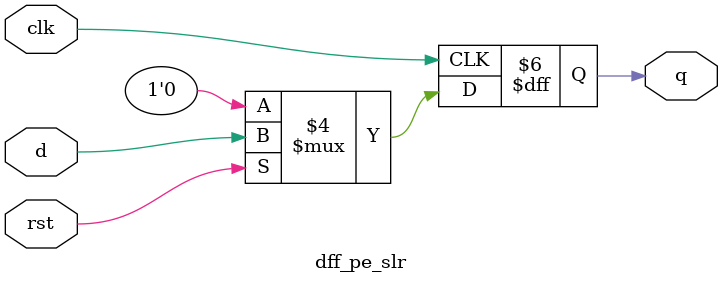
<source format=v>
`timescale 1ns / 1ps


module dff_pe_slr(q, d, clk, rst);
input d, clk, rst;
output reg q;

      always@(posedge clk)begin
         if(!rst)
           q <= 0;
         else
           q <= d;
           end
endmodule
</source>
